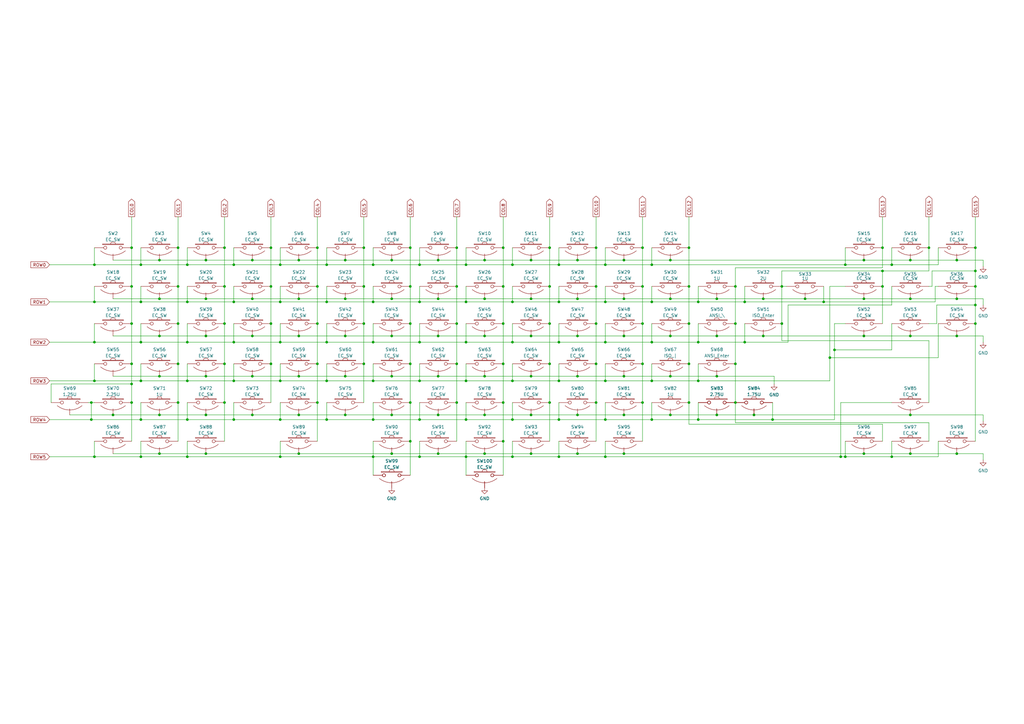
<source format=kicad_sch>
(kicad_sch (version 20230121) (generator eeschema)
  (paper "A3")
  (title_block (title "RF_R1_8-9Xu PCB") (date "2023-11-23") (rev "1.2") (company "LU.SV Solutions") (comment 1 "Cipulot PCB Design") (comment 2 "Cipulot") (comment 3 "GNU General Public License v3.0 "))
  (junction (at 57.785 108.585))
  (junction (at 153.035 187.325))
  (junction (at 263.525 132.715))
  (junction (at 84.455 186.055))
  (junction (at 309.245 170.18))
  (junction (at 38.735 156.21))
  (junction (at 206.375 180.975))
  (junction (at 210.185 108.585))
  (junction (at 217.805 106.68))
  (junction (at 373.38 122.555))
  (junction (at 282.575 165.1))
  (junction (at 103.505 106.68))
  (junction (at 365.76 108.585))
  (junction (at 191.135 123.825))
  (junction (at 373.38 137.795))
  (junction (at 187.325 132.715))
  (junction (at 149.225 101.6))
  (junction (at 53.975 132.715))
  (junction (at 206.375 149.225))
  (junction (at 76.835 156.21))
  (junction (at 38.735 140.335))
  (junction (at 191.135 156.21))
  (junction (at 236.855 186.055))
  (junction (at 392.43 122.555))
  (junction (at 381 101.6))
  (junction (at 320.675 117.475))
  (junction (at 172.085 123.825))
  (junction (at 130.175 149.225))
  (junction (at 187.325 149.225))
  (junction (at 168.275 101.6))
  (junction (at 114.935 108.585))
  (junction (at 294.005 122.555))
  (junction (at 172.085 172.085))
  (junction (at 255.905 106.68))
  (junction (at 274.955 122.555))
  (junction (at 255.905 122.555))
  (junction (at 274.955 170.18))
  (junction (at 46.355 170.18))
  (junction (at 65.405 170.18))
  (junction (at 217.805 122.555))
  (junction (at 38.735 108.585))
  (junction (at 92.075 165.1))
  (junction (at 282.575 149.225))
  (junction (at 168.275 132.715))
  (junction (at 198.755 186.055))
  (junction (at 38.735 123.825))
  (junction (at 274.955 137.795))
  (junction (at 149.225 149.225))
  (junction (at 172.085 187.325))
  (junction (at 57.785 156.21))
  (junction (at 236.855 122.555))
  (junction (at 210.185 123.825))
  (junction (at 160.655 170.18))
  (junction (at 122.555 186.055))
  (junction (at 76.835 172.085))
  (junction (at 130.175 165.1))
  (junction (at 179.705 154.305))
  (junction (at 111.125 149.225))
  (junction (at 198.755 106.68))
  (junction (at 294.005 170.18))
  (junction (at 225.425 165.1))
  (junction (at 361.95 101.6))
  (junction (at 57.785 172.085))
  (junction (at 217.805 170.18))
  (junction (at 244.475 101.6))
  (junction (at 53.975 157.48))
  (junction (at 114.935 140.335))
  (junction (at 365.76 187.325))
  (junction (at 301.625 165.1))
  (junction (at 73.025 165.1))
  (junction (at 38.735 187.325))
  (junction (at 103.505 154.305))
  (junction (at 130.175 117.475))
  (junction (at 111.125 117.475))
  (junction (at 141.605 170.18))
  (junction (at 305.435 123.825))
  (junction (at 198.755 170.18))
  (junction (at 286.385 123.825))
  (junction (at 286.385 172.085))
  (junction (at 84.455 137.795))
  (junction (at 282.575 117.475))
  (junction (at 191.135 140.335))
  (junction (at 37.465 172.085))
  (junction (at 244.475 165.1))
  (junction (at 111.125 132.715))
  (junction (at 153.035 172.085))
  (junction (at 73.025 101.6))
  (junction (at 248.285 123.825))
  (junction (at 133.985 172.085))
  (junction (at 313.055 137.795))
  (junction (at 191.135 172.085))
  (junction (at 73.025 132.715))
  (junction (at 76.835 140.335))
  (junction (at 53.975 117.475))
  (junction (at 84.455 122.555))
  (junction (at 95.885 123.825))
  (junction (at 141.605 154.305))
  (junction (at 305.435 140.335))
  (junction (at 57.785 140.335))
  (junction (at 76.835 108.585))
  (junction (at 53.975 101.6))
  (junction (at 229.235 172.085))
  (junction (at 210.185 172.085))
  (junction (at 153.035 140.335))
  (junction (at 392.43 186.055))
  (junction (at 255.905 186.055))
  (junction (at 130.175 101.6))
  (junction (at 95.885 156.21))
  (junction (at 141.605 106.68))
  (junction (at 248.285 108.585))
  (junction (at 354.33 106.68))
  (junction (at 400.05 117.475))
  (junction (at 267.335 123.825))
  (junction (at 95.885 172.085))
  (junction (at 346.71 108.585))
  (junction (at 210.185 140.335))
  (junction (at 210.185 187.325))
  (junction (at 92.075 132.715))
  (junction (at 361.95 117.475))
  (junction (at 263.525 117.475))
  (junction (at 65.405 186.055))
  (junction (at 400.05 101.6))
  (junction (at 76.835 187.325))
  (junction (at 229.235 123.825))
  (junction (at 172.085 140.335))
  (junction (at 57.785 187.325))
  (junction (at 187.325 101.6))
  (junction (at 172.085 156.21))
  (junction (at 168.275 180.975))
  (junction (at 73.025 149.225))
  (junction (at 346.71 187.325))
  (junction (at 244.475 132.715))
  (junction (at 149.225 117.475))
  (junction (at 153.035 108.585))
  (junction (at 92.075 117.475))
  (junction (at 400.05 125.095))
  (junction (at 236.855 137.795))
  (junction (at 340.36 146.685))
  (junction (at 65.405 106.68))
  (junction (at 210.185 156.21))
  (junction (at 229.235 108.585))
  (junction (at 57.785 123.825))
  (junction (at 179.705 170.18))
  (junction (at 160.655 122.555))
  (junction (at 267.335 108.585))
  (junction (at 225.425 149.225))
  (junction (at 53.975 149.225))
  (junction (at 225.425 117.475))
  (junction (at 294.005 137.795))
  (junction (at 248.285 156.21))
  (junction (at 133.985 140.335))
  (junction (at 133.985 108.585))
  (junction (at 267.335 156.21))
  (junction (at 84.455 106.68))
  (junction (at 244.475 149.225))
  (junction (at 65.405 137.795))
  (junction (at 225.425 132.715))
  (junction (at 236.855 170.18))
  (junction (at 133.985 123.825))
  (junction (at 392.43 137.795))
  (junction (at 84.455 154.305))
  (junction (at 187.325 117.475))
  (junction (at 130.175 132.715))
  (junction (at 191.135 187.325))
  (junction (at 263.525 101.6))
  (junction (at 76.835 123.825))
  (junction (at 149.225 132.715))
  (junction (at 248.285 140.335))
  (junction (at 103.505 122.555))
  (junction (at 122.555 170.18))
  (junction (at 114.935 156.21))
  (junction (at 267.335 140.335))
  (junction (at 217.805 186.055))
  (junction (at 191.135 108.585))
  (junction (at 248.285 172.085))
  (junction (at 65.405 154.305))
  (junction (at 229.235 140.335))
  (junction (at 73.025 117.475))
  (junction (at 354.33 137.795))
  (junction (at 255.905 170.18))
  (junction (at 114.935 187.325))
  (junction (at 206.375 117.475))
  (junction (at 187.325 165.1))
  (junction (at 141.605 122.555))
  (junction (at 320.675 132.715))
  (junction (at 114.935 172.085))
  (junction (at 286.385 140.335))
  (junction (at 160.655 186.055))
  (junction (at 274.955 106.68))
  (junction (at 225.425 101.6))
  (junction (at 179.705 122.555))
  (junction (at 373.38 186.055))
  (junction (at 153.035 123.825))
  (junction (at 198.755 122.555))
  (junction (at 95.885 140.335))
  (junction (at 236.855 106.68))
  (junction (at 206.375 132.715))
  (junction (at 301.625 132.715))
  (junction (at 316.865 172.085))
  (junction (at 294.005 154.305))
  (junction (at 263.525 149.225))
  (junction (at 206.375 101.6))
  (junction (at 168.275 117.475))
  (junction (at 282.575 101.6))
  (junction (at 330.2 122.555))
  (junction (at 179.705 186.055))
  (junction (at 141.605 137.795))
  (junction (at 160.655 137.795))
  (junction (at 229.235 187.325))
  (junction (at 168.275 149.225))
  (junction (at 400.05 132.715))
  (junction (at 160.655 106.68))
  (junction (at 313.055 122.555))
  (junction (at 92.075 149.225))
  (junction (at 179.705 137.795))
  (junction (at 172.085 108.585))
  (junction (at 122.555 137.795))
  (junction (at 255.905 137.795))
  (junction (at 53.975 165.1))
  (junction (at 392.43 106.68))
  (junction (at 160.655 154.305))
  (junction (at 354.33 122.555))
  (junction (at 267.335 172.085))
  (junction (at 400.05 111.125))
  (junction (at 286.385 156.21))
  (junction (at 373.38 170.18))
  (junction (at 95.885 108.585))
  (junction (at 263.525 165.1))
  (junction (at 248.285 187.325))
  (junction (at 114.935 123.825))
  (junction (at 103.505 137.795))
  (junction (at 168.275 165.1))
  (junction (at 229.235 156.21))
  (junction (at 217.805 137.795))
  (junction (at 337.82 123.825))
  (junction (at 301.625 149.225))
  (junction (at 111.125 101.6))
  (junction (at 103.505 170.18))
  (junction (at 361.95 111.125))
  (junction (at 198.755 137.795))
  (junction (at 84.455 170.18))
  (junction (at 92.075 101.6))
  (junction (at 255.905 154.305))
  (junction (at 274.955 154.305))
  (junction (at 37.465 165.1))
  (junction (at 206.375 165.1))
  (junction (at 236.855 154.305))
  (junction (at 282.575 132.715))
  (junction (at 301.625 117.475))
  (junction (at 217.805 154.305))
  (junction (at 342.265 143.51))
  (junction (at 122.555 154.305))
  (junction (at 133.985 156.21))
  (junction (at 373.38 106.68))
  (junction (at 65.405 122.555))
  (junction (at 344.805 187.325))
  (junction (at 244.475 117.475))
  (junction (at 122.555 106.68))
  (junction (at 354.33 186.055))
  (junction (at 198.755 154.305))
  (junction (at 179.705 106.68))
  (junction (at 122.555 122.555))
  (junction (at 153.035 156.21))
  (wire (pts (xy 403.225 137.795) (xy 392.43 137.795)))
  (wire (pts (xy 92.075 117.475) (xy 92.075 132.715)))
  (wire (pts (xy 210.185 117.475) (xy 210.185 123.825)))
  (wire (pts (xy 382.27 111.125) (xy 400.05 111.125)))
  (wire (pts (xy 191.135 132.715) (xy 191.135 140.335)))
  (wire (pts (xy 57.785 132.715) (xy 57.785 140.335)))
  (wire (pts (xy 346.71 101.6) (xy 346.71 108.585)))
  (wire (pts (xy 282.575 88.9) (xy 282.575 101.6)))
  (wire (pts (xy 305.435 117.475) (xy 305.435 123.825)))
  (wire (pts (xy 225.425 132.715) (xy 225.425 149.225)))
  (wire (pts (xy 160.655 186.055) (xy 179.705 186.055)))
  (wire (pts (xy 361.95 117.475) (xy 361.95 132.715)))
  (wire (pts (xy 187.325 149.225) (xy 187.325 165.1)))
  (wire (pts (xy 381 173.355) (xy 301.625 173.355)))
  (wire (pts (xy 36.195 165.1) (xy 37.465 165.1)))
  (wire (pts (xy 225.425 88.9) (xy 225.425 101.6)))
  (wire (pts (xy 46.355 186.055) (xy 65.405 186.055)))
  (wire (pts (xy 384.81 132.715) (xy 384.81 146.685)))
  (wire (pts (xy 210.185 108.585) (xy 229.235 108.585)))
  (wire (pts (xy 65.405 170.18) (xy 84.455 170.18)))
  (wire (pts (xy 95.885 140.335) (xy 114.935 140.335)))
  (wire (pts (xy 337.82 117.475) (xy 337.82 123.825)))
  (wire (pts (xy 133.985 165.1) (xy 133.985 172.085)))
  (wire (pts (xy 282.575 117.475) (xy 282.575 132.715)))
  (wire (pts (xy 229.235 180.975) (xy 229.235 187.325)))
  (wire (pts (xy 57.785 156.21) (xy 76.835 156.21)))
  (wire (pts (xy 187.325 165.1) (xy 187.325 180.975)))
  (wire (pts (xy 168.275 88.9) (xy 168.275 101.6)))
  (wire (pts (xy 172.085 101.6) (xy 172.085 108.585)))
  (wire (pts (xy 206.375 149.225) (xy 206.375 165.1)))
  (wire (pts (xy 384.175 125.095) (xy 400.05 125.095)))
  (wire (pts (xy 179.705 122.555) (xy 160.655 122.555)))
  (wire (pts (xy 76.835 108.585) (xy 95.885 108.585)))
  (wire (pts (xy 103.505 106.68) (xy 122.555 106.68)))
  (wire (pts (xy 274.955 137.795) (xy 294.005 137.795)))
  (wire (pts (xy 46.355 154.305) (xy 65.405 154.305)))
  (wire (pts (xy 361.95 101.6) (xy 361.95 109.855)))
  (wire (pts (xy 130.175 132.715) (xy 130.175 149.225)))
  (wire (pts (xy 57.785 108.585) (xy 76.835 108.585)))
  (wire (pts (xy 168.275 165.1) (xy 168.275 180.975)))
  (wire (pts (xy 92.075 165.1) (xy 92.075 180.975)))
  (wire (pts (xy 354.33 106.68) (xy 373.38 106.68)))
  (wire (pts (xy 217.805 137.795) (xy 236.855 137.795)))
  (wire (pts (xy 381 165.1) (xy 381 139.7)))
  (wire (pts (xy 103.505 154.305) (xy 122.555 154.305)))
  (wire (pts (xy 244.475 165.1) (xy 244.475 180.975)))
  (wire (pts (xy 206.375 88.9) (xy 206.375 101.6)))
  (wire (pts (xy 84.455 186.055) (xy 122.555 186.055)))
  (wire (pts (xy 263.525 149.225) (xy 263.525 165.1)))
  (wire (pts (xy 210.185 149.225) (xy 210.185 156.21)))
  (wire (pts (xy 344.805 187.325) (xy 346.71 187.325)))
  (wire (pts (xy 229.235 140.335) (xy 248.285 140.335)))
  (wire (pts (xy 229.235 172.085) (xy 248.285 172.085)))
  (wire (pts (xy 20.32 187.325) (xy 38.735 187.325)))
  (wire (pts (xy 153.035 180.975) (xy 153.035 187.325)))
  (wire (pts (xy 130.175 149.225) (xy 130.175 165.1)))
  (wire (pts (xy 76.835 140.335) (xy 95.885 140.335)))
  (wire (pts (xy 309.245 170.18) (xy 373.38 170.18)))
  (wire (pts (xy 172.085 172.085) (xy 191.135 172.085)))
  (wire (pts (xy 122.555 170.18) (xy 141.605 170.18)))
  (wire (pts (xy 153.035 172.085) (xy 172.085 172.085)))
  (wire (pts (xy 305.435 132.715) (xy 305.435 140.335)))
  (wire (pts (xy 133.985 101.6) (xy 133.985 108.585)))
  (wire (pts (xy 267.335 117.475) (xy 267.335 123.825)))
  (wire (pts (xy 65.405 137.795) (xy 84.455 137.795)))
  (wire (pts (xy 122.555 154.305) (xy 141.605 154.305)))
  (wire (pts (xy 57.785 165.1) (xy 57.785 172.085)))
  (wire (pts (xy 210.185 156.21) (xy 229.235 156.21)))
  (wire (pts (xy 172.085 149.225) (xy 172.085 156.21)))
  (wire (pts (xy 153.035 156.21) (xy 172.085 156.21)))
  (wire (pts (xy 381 132.715) (xy 384.175 132.715)))
  (wire (pts (xy 206.375 165.1) (xy 206.375 180.975)))
  (wire (pts (xy 103.505 170.18) (xy 122.555 170.18)))
  (wire (pts (xy 73.025 101.6) (xy 73.025 117.475)))
  (wire (pts (xy 381 180.975) (xy 381 173.355)))
  (wire (pts (xy 20.955 165.1) (xy 20.955 157.48)))
  (wire (pts (xy 340.36 146.685) (xy 340.36 156.21)))
  (wire (pts (xy 316.865 172.085) (xy 286.385 172.085)))
  (wire (pts (xy 172.085 123.825) (xy 191.135 123.825)))
  (wire (pts (xy 149.225 117.475) (xy 149.225 132.715)))
  (wire (pts (xy 153.035 149.225) (xy 153.035 156.21)))
  (wire (pts (xy 373.38 122.555) (xy 354.33 122.555)))
  (wire (pts (xy 294.005 137.795) (xy 313.055 137.795)))
  (wire (pts (xy 384.81 101.6) (xy 384.81 108.585)))
  (wire (pts (xy 282.575 101.6) (xy 282.575 117.475)))
  (wire (pts (xy 168.275 180.975) (xy 168.275 194.945)))
  (wire (pts (xy 149.225 88.9) (xy 149.225 101.6)))
  (wire (pts (xy 342.265 143.51) (xy 342.265 172.085)))
  (wire (pts (xy 217.805 170.18) (xy 236.855 170.18)))
  (wire (pts (xy 92.075 88.9) (xy 92.075 101.6)))
  (wire (pts (xy 160.655 170.18) (xy 179.705 170.18)))
  (wire (pts (xy 365.76 180.975) (xy 365.76 187.325)))
  (wire (pts (xy 198.755 137.795) (xy 217.805 137.795)))
  (wire (pts (xy 210.185 101.6) (xy 210.185 108.585)))
  (wire (pts (xy 340.36 117.475) (xy 340.36 146.685)))
  (wire (pts (xy 172.085 156.21) (xy 191.135 156.21)))
  (wire (pts (xy 225.425 149.225) (xy 225.425 165.1)))
  (wire (pts (xy 95.885 108.585) (xy 114.935 108.585)))
  (wire (pts (xy 153.035 117.475) (xy 153.035 123.825)))
  (wire (pts (xy 244.475 132.715) (xy 244.475 149.225)))
  (wire (pts (xy 191.135 101.6) (xy 191.135 108.585)))
  (wire (pts (xy 267.335 149.225) (xy 267.335 156.21)))
  (wire (pts (xy 383.54 123.825) (xy 383.54 117.475)))
  (wire (pts (xy 381 88.9) (xy 381 101.6)))
  (wire (pts (xy 313.055 122.555) (xy 294.005 122.555)))
  (wire (pts (xy 382.27 117.475) (xy 381 117.475)))
  (wire (pts (xy 198.755 154.305) (xy 217.805 154.305)))
  (wire (pts (xy 206.375 117.475) (xy 206.375 132.715)))
  (wire (pts (xy 191.135 180.975) (xy 191.135 187.325)))
  (wire (pts (xy 187.325 117.475) (xy 187.325 132.715)))
  (wire (pts (xy 65.405 154.305) (xy 84.455 154.305)))
  (wire (pts (xy 191.135 165.1) (xy 191.135 172.085)))
  (wire (pts (xy 172.085 132.715) (xy 172.085 140.335)))
  (wire (pts (xy 95.885 132.715) (xy 95.885 140.335)))
  (wire (pts (xy 263.525 101.6) (xy 263.525 117.475)))
  (wire (pts (xy 301.625 109.855) (xy 301.625 117.475)))
  (wire (pts (xy 255.905 137.795) (xy 274.955 137.795)))
  (wire (pts (xy 282.575 173.99) (xy 282.575 165.1)))
  (wire (pts (xy 274.955 106.68) (xy 354.33 106.68)))
  (wire (pts (xy 274.955 122.555) (xy 255.905 122.555)))
  (wire (pts (xy 225.425 101.6) (xy 225.425 117.475)))
  (wire (pts (xy 38.735 165.1) (xy 37.465 165.1)))
  (wire (pts (xy 248.285 149.225) (xy 248.285 156.21)))
  (wire (pts (xy 255.905 154.305) (xy 274.955 154.305)))
  (wire (pts (xy 179.705 106.68) (xy 198.755 106.68)))
  (wire (pts (xy 236.855 170.18) (xy 255.905 170.18)))
  (wire (pts (xy 229.235 117.475) (xy 229.235 123.825)))
  (wire (pts (xy 111.125 149.225) (xy 111.125 165.1)))
  (wire (pts (xy 400.05 132.715) (xy 400.05 180.975)))
  (wire (pts (xy 323.215 125.095) (xy 323.215 140.335)))
  (wire (pts (xy 361.95 88.9) (xy 361.95 101.6)))
  (wire (pts (xy 133.985 123.825) (xy 153.035 123.825)))
  (wire (pts (xy 286.385 123.825) (xy 305.435 123.825)))
  (wire (pts (xy 114.935 123.825) (xy 133.985 123.825)))
  (wire (pts (xy 373.38 186.055) (xy 392.43 186.055)))
  (wire (pts (xy 179.705 186.055) (xy 198.755 186.055)))
  (wire (pts (xy 114.935 156.21) (xy 133.985 156.21)))
  (wire (pts (xy 320.675 139.7) (xy 320.675 132.715)))
  (wire (pts (xy 403.225 170.18) (xy 403.225 172.72)))
  (wire (pts (xy 267.335 172.085) (xy 286.385 172.085)))
  (wire (pts (xy 365.76 125.095) (xy 323.215 125.095)))
  (wire (pts (xy 133.985 140.335) (xy 153.035 140.335)))
  (wire (pts (xy 73.025 132.715) (xy 73.025 149.225)))
  (wire (pts (xy 354.33 137.795) (xy 373.38 137.795)))
  (wire (pts (xy 301.625 117.475) (xy 301.625 132.715)))
  (wire (pts (xy 229.235 101.6) (xy 229.235 108.585)))
  (wire (pts (xy 340.36 146.685) (xy 384.81 146.685)))
  (wire (pts (xy 76.835 117.475) (xy 76.835 123.825)))
  (wire (pts (xy 286.385 132.715) (xy 286.385 140.335)))
  (wire (pts (xy 198.755 106.68) (xy 217.805 106.68)))
  (wire (pts (xy 76.835 172.085) (xy 95.885 172.085)))
  (wire (pts (xy 206.375 101.6) (xy 206.375 117.475)))
  (wire (pts (xy 382.27 117.475) (xy 382.27 111.125)))
  (wire (pts (xy 191.135 172.085) (xy 210.185 172.085)))
  (wire (pts (xy 122.555 137.795) (xy 141.605 137.795)))
  (wire (pts (xy 317.5 157.48) (xy 317.5 154.305)))
  (wire (pts (xy 263.525 165.1) (xy 263.525 180.975)))
  (wire (pts (xy 381 111.125) (xy 361.95 111.125)))
  (wire (pts (xy 403.225 106.68) (xy 403.225 109.22)))
  (wire (pts (xy 294.005 122.555) (xy 274.955 122.555)))
  (wire (pts (xy 168.275 149.225) (xy 168.275 165.1)))
  (wire (pts (xy 76.835 180.975) (xy 76.835 187.325)))
  (wire (pts (xy 38.735 180.975) (xy 38.735 187.325)))
  (wire (pts (xy 323.215 140.335) (xy 305.435 140.335)))
  (wire (pts (xy 133.985 132.715) (xy 133.985 140.335)))
  (wire (pts (xy 57.785 180.975) (xy 57.785 187.325)))
  (wire (pts (xy 267.335 132.715) (xy 267.335 140.335)))
  (wire (pts (xy 172.085 165.1) (xy 172.085 172.085)))
  (wire (pts (xy 57.785 117.475) (xy 57.785 123.825)))
  (wire (pts (xy 340.36 156.21) (xy 286.385 156.21)))
  (wire (pts (xy 73.025 165.1) (xy 73.025 180.975)))
  (wire (pts (xy 400.05 88.9) (xy 400.05 101.6)))
  (wire (pts (xy 57.785 140.335) (xy 76.835 140.335)))
  (wire (pts (xy 229.235 156.21) (xy 248.285 156.21)))
  (wire (pts (xy 84.455 106.68) (xy 103.505 106.68)))
  (wire (pts (xy 38.735 132.715) (xy 38.735 140.335)))
  (wire (pts (xy 229.235 132.715) (xy 229.235 140.335)))
  (wire (pts (xy 244.475 88.9) (xy 244.475 101.6)))
  (wire (pts (xy 114.935 108.585) (xy 133.985 108.585)))
  (wire (pts (xy 244.475 101.6) (xy 244.475 117.475)))
  (wire (pts (xy 76.835 187.325) (xy 114.935 187.325)))
  (wire (pts (xy 342.265 172.085) (xy 316.865 172.085)))
  (wire (pts (xy 160.655 122.555) (xy 141.605 122.555)))
  (wire (pts (xy 191.135 187.325) (xy 191.135 194.945)))
  (wire (pts (xy 57.785 187.325) (xy 76.835 187.325)))
  (wire (pts (xy 346.71 117.475) (xy 340.36 117.475)))
  (wire (pts (xy 95.885 101.6) (xy 95.885 108.585)))
  (wire (pts (xy 301.625 132.715) (xy 301.625 149.225)))
  (wire (pts (xy 361.95 173.99) (xy 282.575 173.99)))
  (wire (pts (xy 365.76 117.475) (xy 365.76 125.095)))
  (wire (pts (xy 65.405 106.68) (xy 84.455 106.68)))
  (wire (pts (xy 20.32 156.21) (xy 38.735 156.21)))
  (wire (pts (xy 191.135 108.585) (xy 210.185 108.585)))
  (wire (pts (xy 361.95 111.125) (xy 361.95 117.475)))
  (wire (pts (xy 38.735 149.225) (xy 38.735 156.21)))
  (wire (pts (xy 160.655 154.305) (xy 179.705 154.305)))
  (wire (pts (xy 76.835 156.21) (xy 95.885 156.21)))
  (wire (pts (xy 400.05 111.125) (xy 400.05 117.475)))
  (wire (pts (xy 403.225 137.795) (xy 403.225 140.335)))
  (wire (pts (xy 191.135 117.475) (xy 191.135 123.825)))
  (wire (pts (xy 141.605 137.795) (xy 160.655 137.795)))
  (wire (pts (xy 248.285 172.085) (xy 267.335 172.085)))
  (wire (pts (xy 400.05 117.475) (xy 400.05 125.095)))
  (wire (pts (xy 400.05 125.095) (xy 400.05 132.715)))
  (wire (pts (xy 330.2 122.555) (xy 313.055 122.555)))
  (wire (pts (xy 153.035 132.715) (xy 153.035 140.335)))
  (wire (pts (xy 392.43 122.555) (xy 373.38 122.555)))
  (wire (pts (xy 179.705 170.18) (xy 198.755 170.18)))
  (wire (pts (xy 346.71 187.325) (xy 365.76 187.325)))
  (wire (pts (xy 255.905 106.68) (xy 274.955 106.68)))
  (wire (pts (xy 73.025 88.9) (xy 73.025 101.6)))
  (wire (pts (xy 210.185 123.825) (xy 229.235 123.825)))
  (wire (pts (xy 320.675 117.475) (xy 320.675 132.715)))
  (wire (pts (xy 198.755 122.555) (xy 179.705 122.555)))
  (wire (pts (xy 330.2 122.555) (xy 354.33 122.555)))
  (wire (pts (xy 403.225 106.68) (xy 392.43 106.68)))
  (wire (pts (xy 160.655 137.795) (xy 179.705 137.795)))
  (wire (pts (xy 53.975 117.475) (xy 53.975 132.715)))
  (wire (pts (xy 320.675 117.475) (xy 322.58 117.475)))
  (wire (pts (xy 342.265 143.51) (xy 365.76 143.51)))
  (wire (pts (xy 365.76 187.325) (xy 384.81 187.325)))
  (wire (pts (xy 172.085 117.475) (xy 172.085 123.825)))
  (wire (pts (xy 403.225 186.055) (xy 403.225 188.595)))
  (wire (pts (xy 95.885 123.825) (xy 114.935 123.825)))
  (wire (pts (xy 286.385 149.225) (xy 286.385 156.21)))
  (wire (pts (xy 229.235 149.225) (xy 229.235 156.21)))
  (wire (pts (xy 168.275 101.6) (xy 168.275 117.475)))
  (wire (pts (xy 263.525 117.475) (xy 263.525 132.715)))
  (wire (pts (xy 53.975 157.48) (xy 53.975 165.1)))
  (wire (pts (xy 361.95 111.125) (xy 320.675 111.125)))
  (wire (pts (xy 95.885 149.225) (xy 95.885 156.21)))
  (wire (pts (xy 344.805 165.1) (xy 344.805 187.325)))
  (wire (pts (xy 172.085 140.335) (xy 191.135 140.335)))
  (wire (pts (xy 248.285 117.475) (xy 248.285 123.825)))
  (wire (pts (xy 236.855 137.795) (xy 255.905 137.795)))
  (wire (pts (xy 365.76 132.715) (xy 365.76 143.51)))
  (wire (pts (xy 346.71 108.585) (xy 267.335 108.585)))
  (wire (pts (xy 149.225 101.6) (xy 149.225 117.475)))
  (wire (pts (xy 354.33 186.055) (xy 373.38 186.055)))
  (wire (pts (xy 217.805 106.68) (xy 236.855 106.68)))
  (wire (pts (xy 403.225 122.555) (xy 392.43 122.555)))
  (wire (pts (xy 92.075 149.225) (xy 92.075 165.1)))
  (wire (pts (xy 179.705 154.305) (xy 198.755 154.305)))
  (wire (pts (xy 76.835 149.225) (xy 76.835 156.21)))
  (wire (pts (xy 229.235 165.1) (xy 229.235 172.085)))
  (wire (pts (xy 172.085 187.325) (xy 191.135 187.325)))
  (wire (pts (xy 76.835 101.6) (xy 76.835 108.585)))
  (wire (pts (xy 76.835 123.825) (xy 95.885 123.825)))
  (wire (pts (xy 153.035 187.325) (xy 172.085 187.325)))
  (wire (pts (xy 73.025 149.225) (xy 73.025 165.1)))
  (wire (pts (xy 179.705 137.795) (xy 198.755 137.795)))
  (wire (pts (xy 28.575 170.18) (xy 46.355 170.18)))
  (wire (pts (xy 229.235 108.585) (xy 248.285 108.585)))
  (wire (pts (xy 141.605 154.305) (xy 160.655 154.305)))
  (wire (pts (xy 53.975 149.225) (xy 53.975 157.48)))
  (wire (pts (xy 168.275 132.715) (xy 168.275 149.225)))
  (wire (pts (xy 294.005 170.18) (xy 309.245 170.18)))
  (wire (pts (xy 236.855 122.555) (xy 217.805 122.555)))
  (wire (pts (xy 114.935 149.225) (xy 114.935 156.21)))
  (wire (pts (xy 57.785 149.225) (xy 57.785 156.21)))
  (wire (pts (xy 122.555 106.68) (xy 141.605 106.68)))
  (wire (pts (xy 236.855 186.055) (xy 255.905 186.055)))
  (wire (pts (xy 57.785 172.085) (xy 76.835 172.085)))
  (wire (pts (xy 274.955 170.18) (xy 294.005 170.18)))
  (wire (pts (xy 130.175 88.9) (xy 130.175 101.6)))
  (wire (pts (xy 267.335 123.825) (xy 286.385 123.825)))
  (wire (pts (xy 381 139.7) (xy 320.675 139.7)))
  (wire (pts (xy 236.855 154.305) (xy 255.905 154.305)))
  (wire (pts (xy 172.085 180.975) (xy 172.085 187.325)))
  (wire (pts (xy 248.285 180.975) (xy 248.285 187.325)))
  (wire (pts (xy 229.235 187.325) (xy 248.285 187.325)))
  (wire (pts (xy 210.185 165.1) (xy 210.185 172.085)))
  (wire (pts (xy 248.285 123.825) (xy 267.335 123.825)))
  (wire (pts (xy 122.555 186.055) (xy 160.655 186.055)))
  (wire (pts (xy 217.805 122.555) (xy 198.755 122.555)))
  (wire (pts (xy 111.125 88.9) (xy 111.125 101.6)))
  (wire (pts (xy 191.135 149.225) (xy 191.135 156.21)))
  (wire (pts (xy 38.735 108.585) (xy 57.785 108.585)))
  (wire (pts (xy 53.975 88.9) (xy 53.975 101.6)))
  (wire (pts (xy 263.525 88.9) (xy 263.525 101.6)))
  (wire (pts (xy 84.455 137.795) (xy 103.505 137.795)))
  (wire (pts (xy 160.655 106.68) (xy 179.705 106.68)))
  (wire (pts (xy 38.735 117.475) (xy 38.735 123.825)))
  (wire (pts (xy 198.755 170.18) (xy 217.805 170.18)))
  (wire (pts (xy 103.505 137.795) (xy 122.555 137.795)))
  (wire (pts (xy 210.185 132.715) (xy 210.185 140.335)))
  (wire (pts (xy 76.835 132.715) (xy 76.835 140.335)))
  (wire (pts (xy 365.76 108.585) (xy 346.71 108.585)))
  (wire (pts (xy 225.425 117.475) (xy 225.425 132.715)))
  (wire (pts (xy 267.335 156.21) (xy 286.385 156.21)))
  (wire (pts (xy 384.175 132.715) (xy 384.175 125.095)))
  (wire (pts (xy 103.505 122.555) (xy 84.455 122.555)))
  (wire (pts (xy 20.32 123.825) (xy 38.735 123.825)))
  (wire (pts (xy 76.835 165.1) (xy 76.835 172.085)))
  (wire (pts (xy 38.735 101.6) (xy 38.735 108.585)))
  (wire (pts (xy 301.625 149.225) (xy 301.625 165.1)))
  (wire (pts (xy 95.885 165.1) (xy 95.885 172.085)))
  (wire (pts (xy 111.125 117.475) (xy 111.125 132.715)))
  (wire (pts (xy 153.035 123.825) (xy 172.085 123.825)))
  (wire (pts (xy 383.54 117.475) (xy 384.81 117.475)))
  (wire (pts (xy 198.755 186.055) (xy 217.805 186.055)))
  (wire (pts (xy 133.985 156.21) (xy 153.035 156.21)))
  (wire (pts (xy 46.355 137.795) (xy 65.405 137.795)))
  (wire (pts (xy 65.405 122.555) (xy 46.355 122.555)))
  (wire (pts (xy 53.975 132.715) (xy 53.975 149.225)))
  (wire (pts (xy 114.935 140.335) (xy 133.985 140.335)))
  (wire (pts (xy 20.32 108.585) (xy 38.735 108.585)))
  (wire (pts (xy 248.285 108.585) (xy 267.335 108.585)))
  (wire (pts (xy 114.935 101.6) (xy 114.935 108.585)))
  (wire (pts (xy 286.385 165.1) (xy 286.385 172.085)))
  (wire (pts (xy 95.885 156.21) (xy 114.935 156.21)))
  (wire (pts (xy 255.905 186.055) (xy 354.33 186.055)))
  (wire (pts (xy 286.385 140.335) (xy 305.435 140.335)))
  (wire (pts (xy 149.225 132.715) (xy 149.225 149.225)))
  (wire (pts (xy 53.975 165.1) (xy 53.975 180.975)))
  (wire (pts (xy 133.985 108.585) (xy 153.035 108.585)))
  (wire (pts (xy 133.985 172.085) (xy 153.035 172.085)))
  (wire (pts (xy 53.975 101.6) (xy 53.975 117.475)))
  (wire (pts (xy 46.355 106.68) (xy 65.405 106.68)))
  (wire (pts (xy 38.735 156.21) (xy 57.785 156.21)))
  (wire (pts (xy 361.95 180.975) (xy 361.95 173.99)))
  (wire (pts (xy 57.785 101.6) (xy 57.785 108.585)))
  (wire (pts (xy 92.075 132.715) (xy 92.075 149.225)))
  (wire (pts (xy 114.935 132.715) (xy 114.935 140.335)))
  (wire (pts (xy 46.355 170.18) (xy 65.405 170.18)))
  (wire (pts (xy 141.605 106.68) (xy 160.655 106.68)))
  (wire (pts (xy 111.125 101.6) (xy 111.125 117.475)))
  (wire (pts (xy 73.025 117.475) (xy 73.025 132.715)))
  (wire (pts (xy 342.265 132.715) (xy 342.265 143.51)))
  (wire (pts (xy 373.38 106.68) (xy 392.43 106.68)))
  (wire (pts (xy 114.935 172.085) (xy 133.985 172.085)))
  (wire (pts (xy 210.185 140.335) (xy 229.235 140.335)))
  (wire (pts (xy 381 101.6) (xy 381 111.125)))
  (wire (pts (xy 365.76 165.1) (xy 344.805 165.1)))
  (wire (pts (xy 37.465 165.1) (xy 37.465 172.085)))
  (wire (pts (xy 210.185 172.085) (xy 229.235 172.085)))
  (wire (pts (xy 384.81 180.975) (xy 384.81 187.325)))
  (wire (pts (xy 337.82 123.825) (xy 383.54 123.825)))
  (wire (pts (xy 187.325 88.9) (xy 187.325 101.6)))
  (wire (pts (xy 365.76 101.6) (xy 365.76 108.585)))
  (wire (pts (xy 210.185 187.325) (xy 229.235 187.325)))
  (wire (pts (xy 111.125 132.715) (xy 111.125 149.225)))
  (wire (pts (xy 267.335 140.335) (xy 286.385 140.335)))
  (wire (pts (xy 168.275 117.475) (xy 168.275 132.715)))
  (wire (pts (xy 114.935 165.1) (xy 114.935 172.085)))
  (wire (pts (xy 217.805 154.305) (xy 236.855 154.305)))
  (wire (pts (xy 384.81 108.585) (xy 365.76 108.585)))
  (wire (pts (xy 267.335 165.1) (xy 267.335 172.085)))
  (wire (pts (xy 206.375 132.715) (xy 206.375 149.225)))
  (wire (pts (xy 141.605 122.555) (xy 122.555 122.555)))
  (wire (pts (xy 114.935 180.975) (xy 114.935 187.325)))
  (wire (pts (xy 153.035 140.335) (xy 172.085 140.335)))
  (wire (pts (xy 191.135 187.325) (xy 210.185 187.325)))
  (wire (pts (xy 38.735 187.325) (xy 57.785 187.325)))
  (wire (pts (xy 38.735 123.825) (xy 57.785 123.825)))
  (wire (pts (xy 248.285 156.21) (xy 267.335 156.21)))
  (wire (pts (xy 317.5 154.305) (xy 294.005 154.305)))
  (wire (pts (xy 286.385 117.475) (xy 286.385 123.825)))
  (wire (pts (xy 187.325 132.715) (xy 187.325 149.225)))
  (wire (pts (xy 38.735 140.335) (xy 57.785 140.335)))
  (wire (pts (xy 403.225 186.055) (xy 392.43 186.055)))
  (wire (pts (xy 84.455 154.305) (xy 103.505 154.305)))
  (wire (pts (xy 248.285 187.325) (xy 344.805 187.325)))
  (wire (pts (xy 65.405 186.055) (xy 84.455 186.055)))
  (wire (pts (xy 141.605 170.18) (xy 160.655 170.18)))
  (wire (pts (xy 122.555 122.555) (xy 103.505 122.555)))
  (wire (pts (xy 206.375 180.975) (xy 206.375 194.945)))
  (wire (pts (xy 274.955 154.305) (xy 294.005 154.305)))
  (wire (pts (xy 244.475 149.225) (xy 244.475 165.1)))
  (wire (pts (xy 248.285 140.335) (xy 267.335 140.335)))
  (wire (pts (xy 130.175 165.1) (xy 130.175 180.975)))
  (wire (pts (xy 133.985 117.475) (xy 133.985 123.825)))
  (wire (pts (xy 20.32 172.085) (xy 37.465 172.085)))
  (wire (pts (xy 153.035 165.1) (xy 153.035 172.085)))
  (wire (pts (xy 248.285 101.6) (xy 248.285 108.585)))
  (wire (pts (xy 210.185 180.975) (xy 210.185 187.325)))
  (wire (pts (xy 133.985 149.225) (xy 133.985 156.21)))
  (wire (pts (xy 37.465 172.085) (xy 57.785 172.085)))
  (wire (pts (xy 153.035 187.325) (xy 153.035 194.945)))
  (wire (pts (xy 263.525 132.715) (xy 263.525 149.225)))
  (wire (pts (xy 320.675 111.125) (xy 320.675 117.475)))
  (wire (pts (xy 282.575 149.225) (xy 282.575 165.1)))
  (wire (pts (xy 313.055 137.795) (xy 354.33 137.795)))
  (wire (pts (xy 20.32 140.335) (xy 38.735 140.335)))
  (wire (pts (xy 236.855 106.68) (xy 255.905 106.68)))
  (wire (pts (xy 373.38 137.795) (xy 392.43 137.795)))
  (wire (pts (xy 373.38 170.18) (xy 403.225 170.18)))
  (wire (pts (xy 229.235 123.825) (xy 248.285 123.825)))
  (wire (pts (xy 149.225 149.225) (xy 149.225 165.1)))
  (wire (pts (xy 114.935 187.325) (xy 153.035 187.325)))
  (wire (pts (xy 255.905 170.18) (xy 274.955 170.18)))
  (wire (pts (xy 282.575 132.715) (xy 282.575 149.225)))
  (wire (pts (xy 217.805 186.055) (xy 236.855 186.055)))
  (wire (pts (xy 248.285 165.1) (xy 248.285 172.085)))
  (wire (pts (xy 346.71 180.975) (xy 346.71 187.325)))
  (wire (pts (xy 248.285 132.715) (xy 248.285 140.335)))
  (wire (pts (xy 305.435 123.825) (xy 337.82 123.825)))
  (wire (pts (xy 403.225 122.555) (xy 403.225 125.095)))
  (wire (pts (xy 172.085 108.585) (xy 191.135 108.585)))
  (wire (pts (xy 95.885 117.475) (xy 95.885 123.825)))
  (wire (pts (xy 191.135 156.21) (xy 210.185 156.21)))
  (wire (pts (xy 225.425 165.1) (xy 225.425 180.975)))
  (wire (pts (xy 187.325 101.6) (xy 187.325 117.475)))
  (wire (pts (xy 57.785 123.825) (xy 76.835 123.825)))
  (wire (pts (xy 255.905 122.555) (xy 236.855 122.555)))
  (wire (pts (xy 92.075 101.6) (xy 92.075 117.475)))
  (wire (pts (xy 316.865 165.1) (xy 316.865 172.085)))
  (wire (pts (xy 95.885 172.085) (xy 114.935 172.085)))
  (wire (pts (xy 84.455 122.555) (xy 65.405 122.555)))
  (wire (pts (xy 130.175 117.475) (xy 130.175 132.715)))
  (wire (pts (xy 153.035 108.585) (xy 172.085 108.585)))
  (wire (pts (xy 267.335 101.6) (xy 267.335 108.585)))
  (wire (pts (xy 20.955 157.48) (xy 53.975 157.48)))
  (wire (pts (xy 130.175 101.6) (xy 130.175 117.475)))
  (wire (pts (xy 191.135 123.825) (xy 210.185 123.825)))
  (wire (pts (xy 244.475 117.475) (xy 244.475 132.715)))
  (wire (pts (xy 84.455 170.18) (xy 103.505 170.18)))
  (wire (pts (xy 361.95 109.855) (xy 301.625 109.855)))
  (wire (pts (xy 346.71 132.715) (xy 342.265 132.715)))
  (wire (pts (xy 114.935 117.475) (xy 114.935 123.825)))
  (wire (pts (xy 400.05 101.6) (xy 400.05 111.125)))
  (wire (pts (xy 301.625 173.355) (xy 301.625 165.1)))
  (wire (pts (xy 153.035 101.6) (xy 153.035 108.585)))
  (wire (pts (xy 191.135 140.335) (xy 210.185 140.335)))
  (global_label "COL12" (shape output) (at 282.575 88.9 90) (property "Intersheetrefs" "${INTERSHEET_REFS}" (effects hide)))
  (global_label "COL15" (shape output) (at 400.05 88.9 90) (property "Intersheetrefs" "${INTERSHEET_REFS}" (effects hide)))
  (global_label "ROW1" (shape input) (at 20.32 123.825 180) (property "Intersheetrefs" "${INTERSHEET_REFS}" (effects hide)))
  (global_label "COL4" (shape output) (at 130.175 88.9 90) (property "Intersheetrefs" "${INTERSHEET_REFS}" (effects hide)))
  (global_label "COL8" (shape output) (at 206.375 88.9 90) (property "Intersheetrefs" "${INTERSHEET_REFS}" (effects hide)))
  (global_label "COL13" (shape output) (at 361.95 88.9 90) (property "Intersheetrefs" "${INTERSHEET_REFS}" (effects hide)))
  (global_label "ROW0" (shape input) (at 20.32 108.585 180) (property "Intersheetrefs" "${INTERSHEET_REFS}" (effects hide)))
  (global_label "COL0" (shape output) (at 53.975 88.9 90) (property "Intersheetrefs" "${INTERSHEET_REFS}" (effects hide)))
  (global_label "ROW4" (shape input) (at 20.32 172.085 180) (property "Intersheetrefs" "${INTERSHEET_REFS}" (effects hide)))
  (global_label "ROW2" (shape input) (at 20.32 140.335 180) (property "Intersheetrefs" "${INTERSHEET_REFS}" (effects hide)))
  (global_label "COL2" (shape output) (at 92.075 88.9 90) (property "Intersheetrefs" "${INTERSHEET_REFS}" (effects hide)))
  (global_label "COL10" (shape output) (at 244.475 88.9 90) (property "Intersheetrefs" "${INTERSHEET_REFS}" (effects hide)))
  (global_label "COL7" (shape output) (at 187.325 88.9 90) (property "Intersheetrefs" "${INTERSHEET_REFS}" (effects hide)))
  (global_label "COL1" (shape output) (at 73.025 88.9 90) (property "Intersheetrefs" "${INTERSHEET_REFS}" (effects hide)))
  (global_label "ROW3" (shape input) (at 20.32 156.21 180) (property "Intersheetrefs" "${INTERSHEET_REFS}" (effects hide)))
  (global_label "COL5" (shape output) (at 149.225 88.9 90) (property "Intersheetrefs" "${INTERSHEET_REFS}" (effects hide)))
  (global_label "COL9" (shape output) (at 225.425 88.9 90) (property "Intersheetrefs" "${INTERSHEET_REFS}" (effects hide)))
  (global_label "COL14" (shape output) (at 381 88.9 90) (property "Intersheetrefs" "${INTERSHEET_REFS}" (effects hide)))
  (global_label "COL6" (shape output) (at 168.275 88.9 90) (property "Intersheetrefs" "${INTERSHEET_REFS}" (effects hide)))
  (global_label "COL11" (shape output) (at 263.525 88.9 90) (property "Intersheetrefs" "${INTERSHEET_REFS}" (effects hide)))
  (global_label "ROW5" (shape input) (at 20.32 187.325 180) (property "Intersheetrefs" "${INTERSHEET_REFS}" (effects hide)))
  (global_label "COL3" (shape output) (at 111.125 88.9 90) (property "Intersheetrefs" "${INTERSHEET_REFS}" (effects hide)))
  (symbol (lib_id "cipulot_parts:EC_SW") (at 65.405 101.6 0) (unit 1)
    (property "Reference" "SW3" (at 65.405 95.7412 0))
    (property "Value" "EC_SW" (at 65.405 98.2781 0))
    (property "Footprint" "cipulot_parts:ecs_pad_1U_no_ring" (effects hide))
  )
  (symbol (lib_id "cipulot_parts:EC_SW") (at 103.505 132.715 0) (unit 1)
    (property "Reference" "SW40" (at 103.505 126.8562 0))
    (property "Value" "EC_SW" (at 103.505 129.3931 0))
    (property "Footprint" "cipulot_parts:ecs_pad_1U_no_ring" (effects hide))
  )
  (symbol (lib_id "cipulot_parts:EC_SW") (at 217.805 132.715 0) (unit 1)
    (property "Reference" "SW46" (at 217.805 126.8562 0))
    (property "Value" "EC_SW" (at 217.805 129.3931 0))
    (property "Footprint" "cipulot_parts:ecs_pad_1U_no_ring" (effects hide))
  )
  (symbol (lib_id "cipulot_parts:EC_SW") (at 373.38 101.6 0) (unit 1)
    (property "Reference" "SW16" (at 373.38 95.7412 0))
    (property "Value" "EC_SW" (at 373.38 98.2781 0))
    (property "Footprint" "cipulot_parts:ecs_pad_1U_no_ring" (effects hide))
  )
  (symbol (lib_id "cipulot_parts:EC_SW") (at 122.555 101.6 0) (unit 1)
    (property "Reference" "SW6" (at 122.555 95.7412 0))
    (property "Value" "EC_SW" (at 122.555 98.2781 0))
    (property "Footprint" "cipulot_parts:ecs_pad_1U_no_ring" (effects hide))
  )
  (symbol (lib_id "cipulot_parts:EC_SW") (at 160.655 165.1 0) (unit 1)
    (property "Reference" "SW76" (at 160.655 159.2412 0))
    (property "Value" "EC_SW" (at 160.655 161.7781 0))
    (property "Footprint" "cipulot_parts:ecs_pad_1U_no_ring" (effects hide))
  )
  (symbol (lib_id "cipulot_parts:EC_SW") (at 236.855 132.715 0) (unit 1)
    (property "Reference" "SW47" (at 236.855 126.8562 0))
    (property "Value" "EC_SW" (at 236.855 129.3931 0))
    (property "Footprint" "cipulot_parts:ecs_pad_1U_no_ring" (effects hide))
  )
  (symbol (lib_id "cipulot_parts:EC_SW") (at 313.055 117.475 0) (unit 1)
    (property "Reference" "SW32" (at 313.055 111.6162 0))
    (property "Value" "2U" (at 313.055 114.1531 0))
    (property "Footprint" "cipulot_parts:ecs_pad_2U_no_ring" (effects hide))
  )
  (symbol (lib_id "cipulot_parts:EC_SW") (at 141.605 149.225 0) (unit 1)
    (property "Reference" "SW60" (at 141.605 143.3662 0))
    (property "Value" "EC_SW" (at 141.605 145.9031 0))
    (property "Footprint" "cipulot_parts:ecs_pad_1U_no_ring" (effects hide))
  )
  (symbol (lib_id "cipulot_parts:EC_SW") (at 217.805 180.975 0) (unit 1)
    (property "Reference" "SW93" (at 217.805 175.1162 0))
    (property "Value" "EC_SW" (at 217.805 177.6531 0))
    (property "Footprint" "cipulot_parts:ecs_pad_no_ring_stepped&normal_cut" (effects hide))
  )
  (symbol (lib_id "cipulot_parts:EC_SW") (at 236.855 101.6 0) (unit 1)
    (property "Reference" "SW12" (at 236.855 95.7412 0))
    (property "Value" "EC_SW" (at 236.855 98.2781 0))
    (property "Footprint" "cipulot_parts:ecs_pad_1U_no_ring" (effects hide))
  )
  (symbol (lib_id "cipulot_parts:EC_SW") (at 354.33 180.975 0) (unit 1)
    (property "Reference" "SW96" (at 354.33 175.1162 0))
    (property "Value" "EC_SW" (at 354.33 177.6531 0))
    (property "Footprint" "cipulot_parts:ecs_pad_1U_no_ring" (effects hide))
  )
  (symbol (lib_id "cipulot_parts:EC_SW") (at 373.38 132.715 0) (unit 1)
    (property "Reference" "SW53" (at 373.38 126.8562 0))
    (property "Value" "EC_SW" (at 373.38 129.3931 0))
    (property "Footprint" "cipulot_parts:ecs_pad_1U_no_ring" (effects hide))
  )
  (symbol (lib_id "cipulot_parts:EC_SW") (at 294.005 149.225 0) (unit 1)
    (property "Reference" "SW68" (at 294.005 143.3662 0))
    (property "Value" "ANSI_Enter" (at 294.005 145.9031 0))
    (property "Footprint" "cipulot_parts:ecs_pad_2U_no_ring" (effects hide))
  )
  (symbol (lib_id "cipulot_parts:EC_SW") (at 103.505 165.1 0) (unit 1)
    (property "Reference" "SW73" (at 103.505 159.2412 0))
    (property "Value" "EC_SW" (at 103.505 161.7781 0))
    (property "Footprint" "cipulot_parts:ecs_pad_1U_no_ring" (effects hide))
  )
  (symbol (lib_id "cipulot_parts:EC_SW") (at 392.43 101.6 0) (unit 1)
    (property "Reference" "SW17" (at 392.43 95.7412 0))
    (property "Value" "EC_SW" (at 392.43 98.2781 0))
    (property "Footprint" "cipulot_parts:ecs_pad_1U_no_ring" (effects hide))
  )
  (symbol (lib_id "cipulot_parts:EC_SW") (at 198.755 132.715 0) (unit 1)
    (property "Reference" "SW45" (at 198.755 126.8562 0))
    (property "Value" "EC_SW" (at 198.755 129.3931 0))
    (property "Footprint" "cipulot_parts:ecs_pad_1U_no_ring" (effects hide))
  )
  (symbol (lib_id "cipulot_parts:EC_SW") (at 274.955 149.225 0) (unit 1)
    (property "Reference" "SW67" (at 274.955 143.3662 0))
    (property "Value" "ISO_|" (at 274.955 145.9031 0))
    (property "Footprint" "cipulot_parts:ecs_pad_1U_no_ring" (effects hide))
  )
  (symbol (lib_id "cipulot_parts:EC_SW") (at 179.705 101.6 0) (unit 1)
    (property "Reference" "SW9" (at 179.705 95.7412 0))
    (property "Value" "EC_SW" (at 179.705 98.2781 0))
    (property "Footprint" "cipulot_parts:ecs_pad_1U_no_ring" (effects hide))
  )
  (symbol (lib_id "cipulot_parts:EC_SW") (at 373.38 165.1 0) (unit 1)
    (property "Reference" "SW85" (at 373.38 159.2412 0))
    (property "Value" "EC_SW" (at 373.38 161.7781 0))
    (property "Footprint" "cipulot_parts:ecs_pad_1U_no_ring" (effects hide))
  )
  (symbol (lib_id "cipulot_parts:EC_SW") (at 236.855 117.475 0) (unit 1)
    (property "Reference" "SW28" (at 236.855 111.6162 0))
    (property "Value" "EC_SW" (at 236.855 114.1531 0))
    (property "Footprint" "cipulot_parts:ecs_pad_1U_no_ring" (effects hide))
  )
  (symbol (lib_id "cipulot_parts:EC_SW") (at 84.455 101.6 0) (unit 1)
    (property "Reference" "SW4" (at 84.455 95.7412 0))
    (property "Value" "EC_SW" (at 84.455 98.2781 0))
    (property "Footprint" "cipulot_parts:ecs_pad_1U_no_ring" (effects hide))
  )
  (symbol (lib_id "cipulot_parts:EC_SW") (at 160.655 180.975 0) (mirror y) (unit 1)
    (property "Reference" "SW90" (at 160.655 175.1162 0))
    (property "Value" "EC_SW" (at 160.655 177.6531 0))
    (property "Footprint" "cipulot_parts:ecs_pad_no_ring_stepped&normal_cut" (effects hide))
  )
  (symbol (lib_id "cipulot_parts:EC_SW") (at 84.455 132.715 0) (unit 1)
    (property "Reference" "SW39" (at 84.455 126.8562 0))
    (property "Value" "EC_SW" (at 84.455 129.3931 0))
    (property "Footprint" "cipulot_parts:ecs_pad_1U_no_ring" (effects hide))
  )
  (symbol (lib_id "cipulot_parts:EC_SW") (at 236.855 165.1 0) (unit 1)
    (property "Reference" "SW80" (at 236.855 159.2412 0))
    (property "Value" "EC_SW" (at 236.855 161.7781 0))
    (property "Footprint" "cipulot_parts:ecs_pad_1U_no_ring" (effects hide))
  )
  (symbol (lib_id "cipulot_parts:EC_SW") (at 274.955 101.6 0) (unit 1)
    (property "Reference" "SW14" (at 274.955 95.7412 0))
    (property "Value" "EC_SW" (at 274.955 98.2781 0))
    (property "Footprint" "cipulot_parts:ecs_pad_1U_no_ring" (effects hide))
  )
  (symbol (lib_id "cipulot_parts:EC_SW") (at 179.705 149.225 0) (unit 1)
    (property "Reference" "SW62" (at 179.705 143.3662 0))
    (property "Value" "EC_SW" (at 179.705 145.9031 0))
    (property "Footprint" "cipulot_parts:ecs_pad_1U_no_ring" (effects hide))
  )
  (symbol (lib_id "cipulot_parts:EC_SW") (at 160.655 149.225 0) (unit 1)
    (property "Reference" "SW61" (at 160.655 143.3662 0))
    (property "Value" "EC_SW" (at 160.655 145.9031 0))
    (property "Footprint" "cipulot_parts:ecs_pad_1U_no_ring" (effects hide))
  )
  (symbol (lib_id "cipulot_parts:EC_SW") (at 179.705 117.475 0) (unit 1)
    (property "Reference" "SW25" (at 179.705 111.6162 0))
    (property "Value" "EC_SW" (at 179.705 114.1531 0))
    (property "Footprint" "cipulot_parts:ecs_pad_1U_no_ring" (effects hide))
  )
  (symbol (lib_id "cipulot_parts:EC_SW") (at 160.655 194.945 0) (unit 1)
    (property "Reference" "SW99" (at 160.655 189.0862 0))
    (property "Value" "EC_SW" (at 160.655 191.6231 0))
    (property "Footprint" "cipulot_parts:ecs_pad_1U_no_ring" (effects hide))
  )
  (symbol (lib_id "cipulot_parts:EC_SW") (at 65.405 132.715 0) (unit 1)
    (property "Reference" "SW38" (at 65.405 126.8562 0))
    (property "Value" "EC_SW" (at 65.405 129.3931 0))
    (property "Footprint" "cipulot_parts:ecs_pad_1U_no_ring" (effects hide))
  )
  (symbol (lib_id "cipulot_parts:EC_SW") (at 103.505 101.6 0) (unit 1)
    (property "Reference" "SW5" (at 103.505 95.7412 0))
    (property "Value" "EC_SW" (at 103.505 98.2781 0))
    (property "Footprint" "cipulot_parts:ecs_pad_1U_no_ring" (effects hide))
  )
  (symbol (lib_id "cipulot_parts:EC_SW") (at 309.245 165.1 0) (mirror y) (unit 1)
    (property "Reference" "SW84" (at 309.245 159.2412 0))
    (property "Value" "1.75U" (at 309.245 161.7781 0))
    (property "Footprint" "cipulot_parts:ecs_pad_1U_no_ring" (effects hide))
  )
  (symbol (lib_id "cipulot_parts:EC_SW") (at 122.555 117.475 0) (unit 1)
    (property "Reference" "SW22" (at 122.555 111.6162 0))
    (property "Value" "EC_SW" (at 122.555 114.1531 0))
    (property "Footprint" "cipulot_parts:ecs_pad_1U_no_ring" (effects hide))
  )
  (symbol (lib_id "cipulot_parts:EC_SW") (at 160.655 132.715 0) (unit 1)
    (property "Reference" "SW43" (at 160.655 126.8562 0))
    (property "Value" "EC_SW" (at 160.655 129.3931 0))
    (property "Footprint" "cipulot_parts:ecs_pad_1U_no_ring" (effects hide))
  )
  (symbol (lib_id "cipulot_parts:EC_SW") (at 354.33 117.475 0) (unit 1)
    (property "Reference" "SW34" (at 354.33 112.395 0))
    (property "Value" "EC_SW" (at 354.33 114.1531 0))
    (property "Footprint" "cipulot_parts:ecs_pad_1U_no_ring" (effects hide))
  )
  (symbol (lib_id "power:GND") (at 403.225 109.22 0) (unit 1)
    (property "Reference" "#PWR051" (effects hide))
    (property "Value" "GND" (at 403.225 113.6634 0))
  )
  (symbol (lib_id "cipulot_parts:EC_SW") (at 65.405 117.475 0) (unit 1)
    (property "Reference" "SW19" (at 65.405 111.6162 0))
    (property "Value" "EC_SW" (at 65.405 114.1531 0))
    (property "Footprint" "cipulot_parts:ecs_pad_1U_no_ring" (effects hide))
  )
  (symbol (lib_id "cipulot_parts:EC_SW") (at 392.43 117.475 0) (unit 1)
    (property "Reference" "SW36" (at 392.43 112.395 0))
    (property "Value" "EC_SW" (at 392.43 114.1531 0))
    (property "Footprint" "cipulot_parts:ecs_pad_1U_no_ring" (effects hide))
  )
  (symbol (lib_id "cipulot_parts:EC_SW") (at 103.505 149.225 0) (unit 1)
    (property "Reference" "SW58" (at 103.505 143.3662 0))
    (property "Value" "EC_SW" (at 103.505 145.9031 0))
    (property "Footprint" "cipulot_parts:ecs_pad_1U_no_ring" (effects hide))
  )
  (symbol (lib_id "power:GND") (at 198.755 200.025 0) (unit 1)
    (property "Reference" "#PWR058" (effects hide))
    (property "Value" "GND" (at 198.755 204.4684 0))
  )
  (symbol (lib_id "cipulot_parts:EC_SW") (at 65.405 149.225 0) (unit 1)
    (property "Reference" "SW56" (at 65.405 143.3662 0))
    (property "Value" "EC_SW" (at 65.405 145.9031 0))
    (property "Footprint" "cipulot_parts:ecs_pad_1U_no_ring" (effects hide))
  )
  (symbol (lib_id "cipulot_parts:EC_SW") (at 255.905 149.225 0) (unit 1)
    (property "Reference" "SW66" (at 255.905 143.3662 0))
    (property "Value" "EC_SW" (at 255.905 145.9031 0))
    (property "Footprint" "cipulot_parts:ecs_pad_1U_no_ring" (effects hide))
  )
  (symbol (lib_id "cipulot_parts:EC_SW") (at 84.455 165.1 0) (unit 1)
    (property "Reference" "SW72" (at 84.455 159.2412 0))
    (property "Value" "EC_SW" (at 84.455 161.7781 0))
    (property "Footprint" "cipulot_parts:ecs_pad_1U_no_ring" (effects hide))
  )
  (symbol (lib_id "cipulot_parts:EC_SW") (at 217.805 165.1 0) (unit 1)
    (property "Reference" "SW79" (at 217.805 159.2412 0))
    (property "Value" "EC_SW" (at 217.805 161.7781 0))
    (property "Footprint" "cipulot_parts:ecs_pad_1U_no_ring" (effects hide))
  )
  (symbol (lib_id "cipulot_parts:EC_SW") (at 373.38 117.475 0) (unit 1)
    (property "Reference" "SW35" (at 373.38 112.395 0))
    (property "Value" "EC_SW" (at 373.38 114.1531 0))
    (property "Footprint" "cipulot_parts:ecs_pad_1U_no_ring" (effects hide))
  )
  (symbol (lib_id "cipulot_parts:EC_SW") (at 198.755 101.6 0) (unit 1)
    (property "Reference" "SW10" (at 198.755 95.7412 0))
    (property "Value" "EC_SW" (at 198.755 98.2781 0))
    (property "Footprint" "cipulot_parts:ecs_pad_1U_no_ring" (effects hide))
  )
  (symbol (lib_id "cipulot_parts:EC_SW") (at 160.655 101.6 0) (unit 1)
    (property "Reference" "SW8" (at 160.655 95.7412 0))
    (property "Value" "EC_SW" (at 160.655 98.2781 0))
    (property "Footprint" "cipulot_parts:ecs_pad_1U_no_ring" (effects hide))
  )
  (symbol (lib_id "cipulot_parts:EC_SW") (at 46.355 101.6 0) (unit 1)
    (property "Reference" "SW2" (at 46.355 95.7412 0))
    (property "Value" "EC_SW" (at 46.355 98.2781 0))
    (property "Footprint" "cipulot_parts:ecs_pad_1U_no_ring" (effects hide))
  )
  (symbol (lib_id "cipulot_parts:EC_SW") (at 179.705 180.975 0) (unit 1)
    (property "Reference" "SW91" (at 179.705 175.1162 0))
    (property "Value" "EC_SW" (at 179.705 177.6531 0))
    (property "Footprint" "cipulot_parts:ecs_pad_1U_no_ring" (effects hide))
  )
  (symbol (lib_id "cipulot_parts:EC_SW") (at 46.355 165.1 0) (mirror y) (unit 1)
    (property "Reference" "SW70" (at 46.355 159.2412 0))
    (property "Value" "2.25U" (at 46.355 161.7781 0))
    (property "Footprint" "cipulot_parts:ecs_pad_2U_no_ring" (effects hide))
  )
  (symbol (lib_id "cipulot_parts:EC_SW") (at 274.955 165.1 0) (unit 1)
    (property "Reference" "SW82" (at 274.955 159.2412 0))
    (property "Value" "1U" (at 274.955 161.7781 0))
    (property "Footprint" "cipulot_parts:ecs_pad_1U_no_ring" (effects hide))
  )
  (symbol (lib_id "power:GND") (at 317.5 157.48 0) (unit 1)
    (property "Reference" "#PWR054" (effects hide))
    (property "Value" "GND" (at 317.5 161.9234 0))
  )
  (symbol (lib_id "cipulot_parts:EC_SW") (at 255.905 132.715 0) (unit 1)
    (property "Reference" "SW48" (at 255.905 126.8562 0))
    (property "Value" "EC_SW" (at 255.905 129.3931 0))
    (property "Footprint" "cipulot_parts:ecs_pad_1U_no_ring" (effects hide))
  )
  (symbol (lib_id "power:GND") (at 160.655 200.025 0) (unit 1)
    (property "Reference" "#PWR057" (effects hide))
    (property "Value" "GND" (at 160.655 204.4684 0))
  )
  (symbol (lib_id "cipulot_parts:EC_SW") (at 354.33 132.715 0) (unit 1)
    (property "Reference" "SW52" (at 354.33 126.8562 0))
    (property "Value" "EC_SW" (at 354.33 129.3931 0))
    (property "Footprint" "cipulot_parts:ecs_pad_1U_no_ring" (effects hide))
  )
  (symbol (lib_id "cipulot_parts:EC_SW") (at 255.905 101.6 0) (unit 1)
    (property "Reference" "SW13" (at 255.905 95.7412 0))
    (property "Value" "EC_SW" (at 255.905 98.2781 0))
    (property "Footprint" "cipulot_parts:ecs_pad_1U_no_ring" (effects hide))
  )
  (symbol (lib_id "cipulot_parts:EC_SW") (at 141.605 165.1 0) (unit 1)
    (property "Reference" "SW75" (at 141.605 159.2412 0))
    (property "Value" "EC_SW" (at 141.605 161.7781 0))
    (property "Footprint" "cipulot_parts:ecs_pad_1U_no_ring" (effects hide))
  )
  (symbol (lib_id "cipulot_parts:EC_SW") (at 179.705 132.715 0) (unit 1)
    (property "Reference" "SW44" (at 179.705 126.8562 0))
    (property "Value" "EC_SW" (at 179.705 129.3931 0))
    (property "Footprint" "cipulot_parts:ecs_pad_1U_no_ring" (effects hide))
  )
  (symbol (lib_id "cipulot_parts:EC_SW") (at 122.555 165.1 0) (unit 1)
    (property "Reference" "SW74" (at 122.555 159.2412 0))
    (property "Value" "EC_SW" (at 122.555 161.7781 0))
    (property "Footprint" "cipulot_parts:ecs_pad_1U_no_ring" (effects hide))
  )
  (symbol (lib_id "cipulot_parts:EC_SW") (at 294.005 117.475 0) (unit 1)
    (property "Reference" "SW31" (at 294.005 111.6162 0))
    (property "Value" "1U" (at 294.005 114.1531 0))
    (property "Footprint" "cipulot_parts:ecs_pad_1U_no_ring" (effects hide))
  )
  (symbol (lib_id "cipulot_parts:EC_SW") (at 141.605 101.6 0) (unit 1)
    (property "Reference" "SW7" (at 141.605 95.7412 0))
    (property "Value" "EC_SW" (at 141.605 98.2781 0))
    (property "Footprint" "cipulot_parts:ecs_pad_1U_no_ring" (effects hide))
  )
  (symbol (lib_id "cipulot_parts:EC_SW") (at 141.605 132.715 0) (unit 1)
    (property "Reference" "SW42" (at 141.605 126.8562 0))
    (property "Value" "EC_SW" (at 141.605 129.3931 0))
    (property "Footprint" "cipulot_parts:ecs_pad_1U_no_ring" (effects hide))
  )
  (symbol (lib_id "cipulot_parts:EC_SW") (at 198.755 117.475 0) (unit 1)
    (property "Reference" "SW26" (at 198.755 111.6162 0))
    (property "Value" "EC_SW" (at 198.755 114.1531 0))
    (property "Footprint" "cipulot_parts:ecs_pad_1U_no_ring" (effects hide))
  )
  (symbol (lib_id "power:GND") (at 403.225 140.335 0) (unit 1)
    (property "Reference" "#PWR053" (effects hide))
    (property "Value" "GND" (at 403.225 144.7784 0))
  )
  (symbol (lib_id "cipulot_parts:EC_SW") (at 160.655 117.475 0) (unit 1)
    (property "Reference" "SW24" (at 160.655 111.6162 0))
    (property "Value" "EC_SW" (at 160.655 114.1531 0))
    (property "Footprint" "cipulot_parts:ecs_pad_1U_no_ring" (effects hide))
  )
  (symbol (lib_id "cipulot_parts:EC_SW") (at 46.355 180.975 0) (unit 1)
    (property "Reference" "SW86" (at 46.355 175.1162 0))
    (property "Value" "EC_SW" (at 46.355 177.6531 0))
    (property "Footprint" "cipulot_parts:ecs_pad_1U_no_ring" (effects hide))
  )
  (symbol (lib_id "cipulot_parts:EC_SW") (at 255.905 165.1 0) (unit 1)
    (property "Reference" "SW81" (at 255.905 159.2412 0))
    (property "Value" "EC_SW" (at 255.905 161.7781 0))
    (property "Footprint" "cipulot_parts:ecs_pad_1U_no_ring" (effects hide))
  )
  (symbol (lib_id "cipulot_parts:EC_SW") (at 373.38 180.975 0) (unit 1)
    (property "Reference" "SW97" (at 373.38 175.1162 0))
    (property "Value" "EC_SW" (at 373.38 177.6531 0))
    (property "Footprint" "cipulot_parts:ecs_pad_1U_no_ring" (effects hide))
  )
  (symbol (lib_id "cipulot_parts:EC_SW") (at 313.055 132.715 0) (unit 1)
    (property "Reference" "SW51" (at 313.055 126.8562 0))
    (property "Value" "ISO_Enter" (at 313.055 129.3931 0))
    (property "Footprint" "cipulot_parts:ecs_pad_2U_no_ring" (effects hide))
  )
  (symbol (lib_id "cipulot_parts:EC_SW") (at 217.805 101.6 0) (unit 1)
    (property "Reference" "SW11" (at 217.805 95.7412 0))
    (property "Value" "EC_SW" (at 217.805 98.2781 0))
    (property "Footprint" "cipulot_parts:ecs_pad_1U_no_ring" (effects hide))
  )
  (symbol (lib_id "cipulot_parts:EC_SW") (at 294.005 165.1 0) (unit 1)
    (property "Reference" "SW83" (at 294.005 159.2412 0))
    (property "Value" "2.75U" (at 294.005 161.7781 0))
    (property "Footprint" "cipulot_parts:ecs_pad_2U_no_ring" (effects hide))
  )
  (symbol (lib_id "cipulot_parts:EC_SW") (at 46.355 132.715 0) (unit 1)
    (property "Reference" "SW37" (at 46.355 126.8562 0))
    (property "Value" "EC_SW" (at 46.355 129.3931 0))
    (property "Footprint" "cipulot_parts:ecs_pad_1U_no_ring" (effects hide))
  )
  (symbol (lib_id "cipulot_parts:EC_SW") (at 198.755 165.1 0) (unit 1)
    (property "Reference" "SW78" (at 198.755 159.2412 0))
    (property "Value" "EC_SW" (at 198.755 161.7781 0))
    (property "Footprint" "cipulot_parts:ecs_pad_1U_no_ring" (effects hide))
  )
  (symbol (lib_id "cipulot_parts:EC_SW") (at 84.455 117.475 0) (unit 1)
    (property "Reference" "SW20" (at 84.455 111.6162 0))
    (property "Value" "EC_SW" (at 84.455 114.1531 0))
    (property "Footprint" "cipulot_parts:ecs_pad_1U_no_ring" (effects hide))
  )
  (symbol (lib_id "cipulot_parts:EC_SW") (at 255.905 180.975 0) (unit 1)
    (property "Reference" "SW95" (at 255.905 175.1162 0))
    (property "Value" "EC_SW" (at 255.905 177.6531 0))
    (property "Footprint" "cipulot_parts:ecs_pad_1U_no_ring" (effects hide))
  )
  (symbol (lib_id "cipulot_parts:EC_SW") (at 392.43 180.975 0) (unit 1)
    (property "Reference" "SW98" (at 392.43 175.1162 0))
    (property "Value" "EC_SW" (at 392.43 177.6531 0))
    (property "Footprint" "cipulot_parts:ecs_pad_1U_no_ring" (effects hide))
  )
  (symbol (lib_id "cipulot_parts:EC_SW") (at 255.905 117.475 0) (unit 1)
    (property "Reference" "SW29" (at 255.905 111.6162 0))
    (property "Value" "EC_SW" (at 255.905 114.1531 0))
    (property "Footprint" "cipulot_parts:ecs_pad_1U_no_ring" (effects hide))
  )
  (symbol (lib_id "cipulot_parts:EC_SW") (at 236.855 180.975 0) (unit 1)
    (property "Reference" "SW94" (at 236.855 175.1162 0))
    (property "Value" "EC_SW" (at 236.855 177.6531 0))
    (property "Footprint" "cipulot_parts:ecs_pad_1U_no_ring" (effects hide))
  )
  (symbol (lib_id "cipulot_parts:EC_SW") (at 198.755 149.225 0) (unit 1)
    (property "Reference" "SW63" (at 198.755 143.3662 0))
    (property "Value" "EC_SW" (at 198.755 145.9031 0))
    (property "Footprint" "cipulot_parts:ecs_pad_1U_no_ring" (effects hide))
  )
  (symbol (lib_id "cipulot_parts:EC_SW") (at 103.505 117.475 0) (unit 1)
    (property "Reference" "SW21" (at 103.505 111.6162 0))
    (property "Value" "EC_SW" (at 103.505 114.1531 0))
    (property "Footprint" "cipulot_parts:ecs_pad_1U_no_ring" (effects hide))
  )
  (symbol (lib_id "cipulot_parts:EC_SW") (at 46.355 117.475 0) (unit 1)
    (property "Reference" "SW18" (at 46.355 111.6162 0))
    (property "Value" "EC_SW" (at 46.355 114.1531 0))
    (property "Footprint" "cipulot_parts:ecs_pad_1U_no_ring" (effects hide))
  )
  (symbol (lib_id "cipulot_parts:EC_SW") (at 28.575 165.1 0) (mirror y) (unit 1)
    (property "Reference" "SW69" (at 28.575 159.2412 0))
    (property "Value" "1.25U" (at 28.575 161.7781 0))
    (property "Footprint" "cipulot_parts:ecs_pad_1U_no_ring" (effects hide))
  )
  (symbol (lib_id "cipulot_parts:EC_SW") (at 198.755 180.975 0) (unit 1)
    (property "Reference" "SW92" (at 198.755 175.1162 0))
    (property "Value" "EC_SW" (at 198.755 177.6531 0))
    (property "Footprint" "cipulot_parts:ecs_pad_1U_no_ring" (effects hide))
  )
  (symbol (lib_id "cipulot_parts:EC_SW") (at 141.605 117.475 0) (unit 1)
    (property "Reference" "SW23" (at 141.605 111.6162 0))
    (property "Value" "EC_SW" (at 141.605 114.1531 0))
    (property "Footprint" "cipulot_parts:ecs_pad_1U_no_ring" (effects hide))
  )
  (symbol (lib_id "power:GND") (at 403.225 188.595 0) (unit 1)
    (property "Reference" "#PWR056" (effects hide))
    (property "Value" "GND" (at 403.225 193.0384 0))
  )
  (symbol (lib_id "cipulot_parts:EC_SW") (at 46.355 149.225 0) (mirror y) (unit 1)
    (property "Reference" "SW55" (at 46.355 143.3662 0))
    (property "Value" "EC_SW" (at 46.355 145.9031 0))
    (property "Footprint" "cipulot_parts:ecs_pad_no_ring_stepped&normal" (effects hide))
  )
  (symbol (lib_id "power:GND") (at 403.225 125.095 0) (unit 1)
    (property "Reference" "#PWR052" (effects hide))
    (property "Value" "GND" (at 403.225 129.5384 0))
  )
  (symbol (lib_id "cipulot_parts:EC_SW") (at 330.2 117.475 0) (mirror y) (unit 1)
    (property "Reference" "SW33" (at 330.2 112.395 0))
    (property "Value" "1U" (at 330.2 114.1531 0))
    (property "Footprint" "cipulot_parts:ecs_pad_1U_no_ring" (effects hide))
  )
  (symbol (lib_id "cipulot_parts:EC_SW") (at 198.755 194.945 0) (unit 1)
    (property "Reference" "SW100" (at 198.755 189.0862 0))
    (property "Value" "EC_SW" (at 198.755 191.6231 0))
    (property "Footprint" "cipulot_parts:ecs_pad_1U_no_ring" (effects hide))
  )
  (symbol (lib_id "cipulot_parts:EC_SW") (at 217.805 149.225 0) (unit 1)
    (property "Reference" "SW64" (at 217.805 143.3662 0))
    (property "Value" "EC_SW" (at 217.805 145.9031 0))
    (property "Footprint" "cipulot_parts:ecs_pad_1U_no_ring" (effects hide))
  )
  (symbol (lib_id "cipulot_parts:EC_SW") (at 122.555 180.975 0) (unit 1)
    (property "Reference" "SW89" (at 122.555 175.1162 0))
    (property "Value" "EC_SW" (at 122.555 177.6531 0))
    (property "Footprint" "cipulot_parts:ecs_pad_1U_no_ring" (effects hide))
  )
  (symbol (lib_id "cipulot_parts:EC_SW") (at 179.705 165.1 0) (unit 1)
    (property "Reference" "SW77" (at 179.705 159.2412 0))
    (property "Value" "EC_SW" (at 179.705 161.7781 0))
    (property "Footprint" "cipulot_parts:ecs_pad_1U_no_ring" (effects hide))
  )
  (symbol (lib_id "cipulot_parts:EC_SW") (at 294.005 132.715 0) (unit 1)
    (property "Reference" "SW50" (at 294.005 126.8562 0))
    (property "Value" "ANSI_\\" (at 294.005 129.3931 0))
    (property "Footprint" "cipulot_parts:ecs_pad_1U_no_ring" (effects hide))
  )
  (symbol (lib_id "cipulot_parts:EC_SW") (at 274.955 117.475 0) (unit 1)
    (property "Reference" "SW30" (at 274.955 111.6162 0))
    (property "Value" "EC_SW" (at 274.955 114.1531 0))
    (property "Footprint" "cipulot_parts:ecs_pad_1U_no_ring" (effects hide))
  )
  (symbol (lib_id "cipulot_parts:EC_SW") (at 236.855 149.225 0) (unit 1)
    (property "Reference" "SW65" (at 236.855 143.3662 0))
    (property "Value" "EC_SW" (at 236.855 145.9031 0))
    (property "Footprint" "cipulot_parts:ecs_pad_1U_no_ring" (effects hide))
  )
  (symbol (lib_id "cipulot_parts:EC_SW") (at 354.33 101.6 0) (unit 1)
    (property "Reference" "SW15" (at 354.33 95.7412 0))
    (property "Value" "EC_SW" (at 354.33 98.2781 0))
    (property "Footprint" "cipulot_parts:ecs_pad_1U_no_ring" (effects hide))
  )
  (symbol (lib_id "cipulot_parts:EC_SW") (at 84.455 149.225 0) (unit 1)
    (property "Reference" "SW57" (at 84.455 143.3662 0))
    (property "Value" "EC_SW" (at 84.455 145.9031 0))
    (property "Footprint" "cipulot_parts:ecs_pad_1U_no_ring" (effects hide))
  )
  (symbol (lib_id "cipulot_parts:EC_SW") (at 122.555 149.225 0) (unit 1)
    (property "Reference" "SW59" (at 122.555 143.3662 0))
    (property "Value" "EC_SW" (at 122.555 145.9031 0))
    (property "Footprint" "cipulot_parts:ecs_pad_1U_no_ring" (effects hide))
  )
  (symbol (lib_id "cipulot_parts:EC_SW") (at 65.405 165.1 0) (unit 1)
    (property "Reference" "SW71" (at 65.405 159.2412 0))
    (property "Value" "1U" (at 65.405 161.7781 0))
    (property "Footprint" "cipulot_parts:ecs_pad_1U_no_ring" (effects hide))
  )
  (symbol (lib_id "cipulot_parts:EC_SW") (at 217.805 117.475 0) (unit 1)
    (property "Reference" "SW27" (at 217.805 111.6162 0))
    (property "Value" "EC_SW" (at 217.805 114.1531 0))
    (property "Footprint" "cipulot_parts:ecs_pad_1U_no_ring" (effects hide))
  )
  (symbol (lib_id "cipulot_parts:EC_SW") (at 84.455 180.975 0) (unit 1)
    (property "Reference" "SW88" (at 84.455 175.1162 0))
    (property "Value" "EC_SW" (at 84.455 177.6531 0))
    (property "Footprint" "cipulot_parts:ecs_pad_1U_no_ring" (effects hide))
  )
  (symbol (lib_id "cipulot_parts:EC_SW") (at 392.43 132.715 0) (unit 1)
    (property "Reference" "SW54" (at 392.43 126.8562 0))
    (property "Value" "EC_SW" (at 392.43 129.3931 0))
    (property "Footprint" "cipulot_parts:ecs_pad_1U_no_ring" (effects hide))
  )
  (symbol (lib_id "cipulot_parts:EC_SW") (at 65.405 180.975 0) (unit 1)
    (property "Reference" "SW87" (at 65.405 175.1162 0))
    (property "Value" "EC_SW" (at 65.405 177.6531 0))
    (property "Footprint" "cipulot_parts:ecs_pad_1U_no_ring" (effects hide))
  )
  (symbol (lib_id "cipulot_parts:EC_SW") (at 274.955 132.715 0) (unit 1)
    (property "Reference" "SW49" (at 274.955 126.8562 0))
    (property "Value" "EC_SW" (at 274.955 129.3931 0))
    (property "Footprint" "cipulot_parts:ecs_pad_1U_no_ring" (effects hide))
  )
  (symbol (lib_id "power:GND") (at 403.225 172.72 0) (unit 1)
    (property "Reference" "#PWR055" (effects hide))
    (property "Value" "GND" (at 403.225 177.1634 0))
  )
  (symbol (lib_id "cipulot_parts:EC_SW") (at 122.555 132.715 0) (unit 1)
    (property "Reference" "SW41" (at 122.555 126.8562 0))
    (property "Value" "EC_SW" (at 122.555 129.3931 0))
    (property "Footprint" "cipulot_parts:ecs_pad_1U_no_ring" (effects hide))
  )
)
</source>
